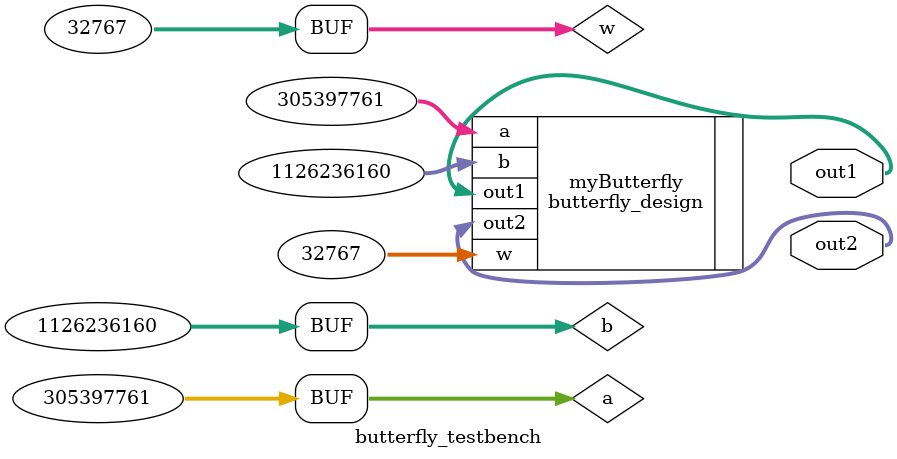
<source format=sv>
`timescale 1 ns/1 ns
module butterfly_testbench(out1, out2);
	reg [31:0] a, b, w;
	output [31:0] out1, out2;
	
	butterfly_design myButterfly(.a(a), .b(b), .w(w), .out1(out1), .out2(out2));
	
	initial begin
		a = 32'b00010010001101000000000000000001;
		b = 32'b01000011001000010000000000000000;
		w = 32'b01111111111111110000000000000000;
		#50;
		w = 32'b00000000000000001000000000000000;
		#50;
		w = 32'b10000000000000000000000000000000;
		#50;
		w = 32'b00000000000000000111111111111111;
		#50;
	end

endmodule 

</source>
